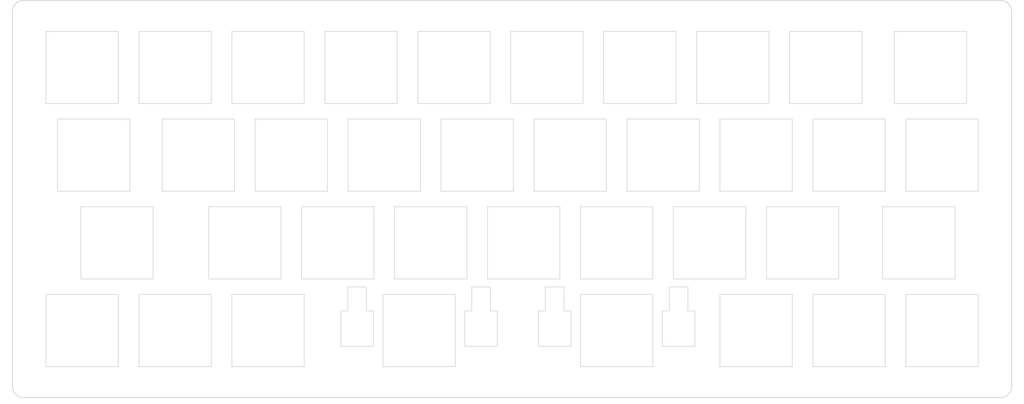
<source format=kicad_pcb>
(kicad_pcb (version 20221018) (generator pcbnew)
  (title_block (title "switchplate/chaz") (rev "v1.0.0") (company "Unknown"))
  (layers (0 "F.Cu" signal) (31 "B.Cu" signal) (34 "B.Paste" user) (35 "F.Paste" user) (36 "B.SilkS" user "B.Silkscreen") (37 "F.SilkS" user "F.Silkscreen") (38 "B.Mask" user) (39 "F.Mask" user) (44 "Edge.Cuts" user))
  (net 0 "")
  (footprint "0-jasonhazel-footprints:Choc-1u-cutout" (layer "F.Cu") (at 126 -51)
    (fp_text reference "SW8")
    (fp_text value "SW_Push_45deg" hide)
    (fp_line (start -7 -7) (end -7 7) (stroke (width 0.12)) (layer "Edge.Cuts"))
    (fp_line (start -7 7) (end 7 7) (stroke (width 0.12)) (layer "Edge.Cuts"))
    (fp_line (start 7 -7) (end -7 -7) (stroke (width 0.12)) (layer "Edge.Cuts"))
    (fp_line (start 7 7) (end 7 -7) (stroke (width 0.12)) (layer "Edge.Cuts"))
  )
  (footprint "0-jasonhazel-footprints:MountingHole_2.2mm_M2" (layer "F.Cu") (at -10.75 10.25)
    (fp_text reference "H4")
    (fp_text value "MountingHole")
    (pad "" np_thru_hole circle (at 0 0) (size 2.2 2.2) (drill 2.2) (layers "*.Cu" "*.Mask"))
  )
  (footprint "0-jasonhazel-footprints:Choc-1u-cutout" (layer "F.Cu") (at 0 0)
    (fp_text reference "SW30")
    (fp_text value "SW_Push_45deg" hide)
    (fp_line (start -7 -7) (end -7 7) (stroke (width 0.12)) (layer "Edge.Cuts"))
    (fp_line (start -7 7) (end 7 7) (stroke (width 0.12)) (layer "Edge.Cuts"))
    (fp_line (start 7 -7) (end -7 -7) (stroke (width 0.12)) (layer "Edge.Cuts"))
    (fp_line (start 7 7) (end 7 -7) (stroke (width 0.12)) (layer "Edge.Cuts"))
  )
  (footprint "0-jasonhazel-footprints:Choc-1u-cutout" (layer "F.Cu") (at 166.5 0)
    (fp_text reference "SW37")
    (fp_text value "SW_Push_45deg" hide)
    (fp_line (start -7 -7) (end -7 7) (stroke (width 0.12)) (layer "Edge.Cuts"))
    (fp_line (start -7 7) (end 7 7) (stroke (width 0.12)) (layer "Edge.Cuts"))
    (fp_line (start 7 -7) (end -7 -7) (stroke (width 0.12)) (layer "Edge.Cuts"))
    (fp_line (start 7 7) (end 7 -7) (stroke (width 0.12)) (layer "Edge.Cuts"))
  )
  (footprint "0-jasonhazel-footprints:Choc-1u-cutout" (layer "F.Cu") (at 72 -51)
    (fp_text reference "SW5")
    (fp_text value "SW_Push_45deg" hide)
    (fp_line (start -7 -7) (end -7 7) (stroke (width 0.12)) (layer "Edge.Cuts"))
    (fp_line (start -7 7) (end 7 7) (stroke (width 0.12)) (layer "Edge.Cuts"))
    (fp_line (start 7 -7) (end -7 -7) (stroke (width 0.12)) (layer "Edge.Cuts"))
    (fp_line (start 7 7) (end 7 -7) (stroke (width 0.12)) (layer "Edge.Cuts"))
  )
  (footprint "0-jasonhazel-footprints:Choc-1u-cutout" (layer "F.Cu") (at 103.5 -17)
    (fp_text reference "SW26")
    (fp_text value "SW_Push_45deg" hide)
    (fp_line (start -7 -7) (end -7 7) (stroke (width 0.12)) (layer "Edge.Cuts"))
    (fp_line (start -7 7) (end 7 7) (stroke (width 0.12)) (layer "Edge.Cuts"))
    (fp_line (start 7 -7) (end -7 -7) (stroke (width 0.12)) (layer "Edge.Cuts"))
    (fp_line (start 7 7) (end 7 -7) (stroke (width 0.12)) (layer "Edge.Cuts"))
  )
  (footprint "0-jasonhazel-footprints:Choc-2u-cutout" (layer "F.Cu") (at 65.25 0)
    (fp_text reference "SW33")
    (fp_text value "SW_Push_45deg" hide)
    (fp_line (start -15.15 -3.8) (end -13.8 -3.8) (stroke (width 0.12)) (layer "Edge.Cuts"))
    (fp_line (start -15.15 3.05) (end -15.15 -3.8) (stroke (width 0.12)) (layer "Edge.Cuts"))
    (fp_line (start -15.15 3.05) (end -8.85 3.05) (stroke (width 0.12)) (layer "Edge.Cuts"))
    (fp_line (start -13.8 -8.45) (end -13.8 -3.8) (stroke (width 0.12)) (layer "Edge.Cuts"))
    (fp_line (start -13.8 -8.45) (end -10.2 -8.45) (stroke (width 0.12)) (layer "Edge.Cuts"))
    (fp_line (start -10.2 -8.45) (end -10.2 -3.8) (stroke (width 0.12)) (layer "Edge.Cuts"))
    (fp_line (start -10.2 -3.8) (end -8.85 -3.8) (stroke (width 0.12)) (layer "Edge.Cuts"))
    (fp_line (start -8.85 3.05) (end -8.85 -3.8) (stroke (width 0.12)) (layer "Edge.Cuts"))
    (fp_line (start -7 -7) (end -7 7) (stroke (width 0.12)) (layer "Edge.Cuts"))
    (fp_line (start -7 7) (end 7 7) (stroke (width 0.12)) (layer "Edge.Cuts"))
    (fp_line (start 7 -7) (end -7 -7) (stroke (width 0.12)) (layer "Edge.Cuts"))
    (fp_line (start 7 7) (end 7 -7) (stroke (width 0.12)) (layer "Edge.Cuts"))
    (fp_line (start 8.85 -3.8) (end 10.2 -3.8) (stroke (width 0.12)) (layer "Edge.Cuts"))
    (fp_line (start 8.85 3.05) (end 8.85 -3.8) (stroke (width 0.12)) (layer "Edge.Cuts"))
    (fp_line (start 8.85 3.05) (end 15.15 3.05) (stroke (width 0.12)) (layer "Edge.Cuts"))
    (fp_line (start 10.2 -8.45) (end 10.2 -3.8) (stroke (width 0.12)) (layer "Edge.Cuts"))
    (fp_line (start 10.2 -8.45) (end 13.8 -8.45) (stroke (width 0.12)) (layer "Edge.Cuts"))
    (fp_line (start 13.8 -8.45) (end 13.8 -3.8) (stroke (width 0.12)) (layer "Edge.Cuts"))
    (fp_line (start 13.8 -3.8) (end 15.15 -3.8) (stroke (width 0.12)) (layer "Edge.Cuts"))
    (fp_line (start 15.15 3.05) (end 15.15 -3.8) (stroke (width 0.12)) (layer "Edge.Cuts"))
  )
  (footprint "0-jasonhazel-footprints:Choc-1u-cutout" (layer "F.Cu") (at 130.5 0)
    (fp_text reference "SW35")
    (fp_text value "SW_Push_45deg" hide)
    (fp_line (start -7 -7) (end -7 7) (stroke (width 0.12)) (layer "Edge.Cuts"))
    (fp_line (start -7 7) (end 7 7) (stroke (width 0.12)) (layer "Edge.Cuts"))
    (fp_line (start 7 -7) (end -7 -7) (stroke (width 0.12)) (layer "Edge.Cuts"))
    (fp_line (start 7 7) (end 7 -7) (stroke (width 0.12)) (layer "Edge.Cuts"))
  )
  (footprint "0-jasonhazel-footprints:Choc-1u-cutout" (layer "F.Cu") (at 112.5 -34)
    (fp_text reference "SW17")
    (fp_text value "SW_Push_45deg" hide)
    (fp_line (start -7 -7) (end -7 7) (stroke (width 0.12)) (layer "Edge.Cuts"))
    (fp_line (start -7 7) (end 7 7) (stroke (width 0.12)) (layer "Edge.Cuts"))
    (fp_line (start 7 -7) (end -7 -7) (stroke (width 0.12)) (layer "Edge.Cuts"))
    (fp_line (start 7 7) (end 7 -7) (stroke (width 0.12)) (layer "Edge.Cuts"))
  )
  (footprint "0-jasonhazel-footprints:Choc-1u-cutout" (layer "F.Cu") (at 148.5 0)
    (fp_text reference "SW36")
    (fp_text value "SW_Push_45deg" hide)
    (fp_line (start -7 -7) (end -7 7) (stroke (width 0.12)) (layer "Edge.Cuts"))
    (fp_line (start -7 7) (end 7 7) (stroke (width 0.12)) (layer "Edge.Cuts"))
    (fp_line (start 7 -7) (end -7 -7) (stroke (width 0.12)) (layer "Edge.Cuts"))
    (fp_line (start 7 7) (end 7 -7) (stroke (width 0.12)) (layer "Edge.Cuts"))
  )
  (footprint "0-jasonhazel-footprints:Choc-1u-cutout" (layer "F.Cu") (at 58.5 -34)
    (fp_text reference "SW14")
    (fp_text value "SW_Push_45deg" hide)
    (fp_line (start -7 -7) (end -7 7) (stroke (width 0.12)) (layer "Edge.Cuts"))
    (fp_line (start -7 7) (end 7 7) (stroke (width 0.12)) (layer "Edge.Cuts"))
    (fp_line (start 7 -7) (end -7 -7) (stroke (width 0.12)) (layer "Edge.Cuts"))
    (fp_line (start 7 7) (end 7 -7) (stroke (width 0.12)) (layer "Edge.Cuts"))
  )
  (footprint "0-jasonhazel-footprints:Choc-1u-cutout" (layer "F.Cu") (at 90 -51)
    (fp_text reference "SW6")
    (fp_text value "SW_Push_45deg" hide)
    (fp_line (start -7 -7) (end -7 7) (stroke (width 0.12)) (layer "Edge.Cuts"))
    (fp_line (start -7 7) (end 7 7) (stroke (width 0.12)) (layer "Edge.Cuts"))
    (fp_line (start 7 -7) (end -7 -7) (stroke (width 0.12)) (layer "Edge.Cuts"))
    (fp_line (start 7 7) (end 7 -7) (stroke (width 0.12)) (layer "Edge.Cuts"))
  )
  (footprint "0-jasonhazel-footprints:Choc-1u-cutout" (layer "F.Cu") (at 67.5 -17)
    (fp_text reference "SW24")
    (fp_text value "SW_Push_45deg" hide)
    (fp_line (start -7 -7) (end -7 7) (stroke (width 0.12)) (layer "Edge.Cuts"))
    (fp_line (start -7 7) (end 7 7) (stroke (width 0.12)) (layer "Edge.Cuts"))
    (fp_line (start 7 -7) (end -7 -7) (stroke (width 0.12)) (layer "Edge.Cuts"))
    (fp_line (start 7 7) (end 7 -7) (stroke (width 0.12)) (layer "Edge.Cuts"))
  )
  (footprint "0-jasonhazel-footprints:Choc-1u-cutout" (layer "F.Cu") (at 0 -51)
    (fp_text reference "SW1")
    (fp_text value "SW_Push_45deg" hide)
    (fp_line (start -7 -7) (end -7 7) (stroke (width 0.12)) (layer "Edge.Cuts"))
    (fp_line (start -7 7) (end 7 7) (stroke (width 0.12)) (layer "Edge.Cuts"))
    (fp_line (start 7 -7) (end -7 -7) (stroke (width 0.12)) (layer "Edge.Cuts"))
    (fp_line (start 7 7) (end 7 -7) (stroke (width 0.12)) (layer "Edge.Cuts"))
  )
  (footprint "0-jasonhazel-footprints:Choc-1u-cutout" (layer "F.Cu") (at 54 -51)
    (fp_text reference "SW4")
    (fp_text value "SW_Push_45deg" hide)
    (fp_line (start -7 -7) (end -7 7) (stroke (width 0.12)) (layer "Edge.Cuts"))
    (fp_line (start -7 7) (end 7 7) (stroke (width 0.12)) (layer "Edge.Cuts"))
    (fp_line (start 7 -7) (end -7 -7) (stroke (width 0.12)) (layer "Edge.Cuts"))
    (fp_line (start 7 7) (end 7 -7) (stroke (width 0.12)) (layer "Edge.Cuts"))
  )
  (footprint "0-jasonhazel-footprints:MountingHole_2.2mm_M2" (layer "F.Cu") (at -10.75 -61.25)
    (fp_text reference "H3")
    (fp_text value "MountingHole")
    (pad "" np_thru_hole circle (at 0 0) (size 2.2 2.2) (drill 2.2) (layers "*.Cu" "*.Mask"))
  )
  (footprint "0-jasonhazel-footprints:Choc-1u-cutout" (layer "F.Cu") (at 6.75 -17)
    (fp_text reference "SW21")
    (fp_text value "SW_Push_45deg" hide)
    (fp_line (start -7 -7) (end -7 7) (stroke (width 0.12)) (layer "Edge.Cuts"))
    (fp_line (start -7 7) (end 7 7) (stroke (width 0.12)) (layer "Edge.Cuts"))
    (fp_line (start 7 -7) (end -7 -7) (stroke (width 0.12)) (layer "Edge.Cuts"))
    (fp_line (start 7 7) (end 7 -7) (stroke (width 0.12)) (layer "Edge.Cuts"))
  )
  (footprint "0-jasonhazel-footprints:Choc-1u-cutout" (layer "F.Cu") (at 36 0)
    (fp_text reference "SW32")
    (fp_text value "SW_Push_45deg" hide)
    (fp_line (start -7 -7) (end -7 7) (stroke (width 0.12)) (layer "Edge.Cuts"))
    (fp_line (start -7 7) (end 7 7) (stroke (width 0.12)) (layer "Edge.Cuts"))
    (fp_line (start 7 -7) (end -7 -7) (stroke (width 0.12)) (layer "Edge.Cuts"))
    (fp_line (start 7 7) (end 7 -7) (stroke (width 0.12)) (layer "Edge.Cuts"))
  )
  (footprint "0-jasonhazel-footprints:MountingHole_2.2mm_M2" (layer "F.Cu") (at 177.25 10.25)
    (fp_text reference "H2")
    (fp_text value "MountingHole")
    (pad "" np_thru_hole circle (at 0 0) (size 2.2 2.2) (drill 2.2) (layers "*.Cu" "*.Mask"))
  )
  (footprint "0-jasonhazel-footprints:Choc-1u-cutout" (layer "F.Cu") (at 49.5 -17)
    (fp_text reference "SW23")
    (fp_text value "SW_Push_45deg" hide)
    (fp_line (start -7 -7) (end -7 7) (stroke (width 0.12)) (layer "Edge.Cuts"))
    (fp_line (start -7 7) (end 7 7) (stroke (width 0.12)) (layer "Edge.Cuts"))
    (fp_line (start 7 -7) (end -7 -7) (stroke (width 0.12)) (layer "Edge.Cuts"))
    (fp_line (start 7 7) (end 7 -7) (stroke (width 0.12)) (layer "Edge.Cuts"))
  )
  (footprint "0-jasonhazel-footprints:Choc-1u-cutout" (layer "F.Cu") (at 121.5 -17)
    (fp_text reference "SW27")
    (fp_text value "SW_Push_45deg" hide)
    (fp_line (start -7 -7) (end -7 7) (stroke (width 0.12)) (layer "Edge.Cuts"))
    (fp_line (start -7 7) (end 7 7) (stroke (width 0.12)) (layer "Edge.Cuts"))
    (fp_line (start 7 -7) (end -7 -7) (stroke (width 0.12)) (layer "Edge.Cuts"))
    (fp_line (start 7 7) (end 7 -7) (stroke (width 0.12)) (layer "Edge.Cuts"))
  )
  (footprint "0-jasonhazel-footprints:MountingHole_2.2mm_M2" (layer "F.Cu") (at 177.25 -61.25)
    (fp_text reference "H1")
    (fp_text value "MountingHole")
    (pad "" np_thru_hole circle (at 0 0) (size 2.2 2.2) (drill 2.2) (layers "*.Cu" "*.Mask"))
  )
  (footprint "0-jasonhazel-footprints:Choc-1u-cutout" (layer "F.Cu") (at 40.5 -34)
    (fp_text reference "SW13")
    (fp_text value "SW_Push_45deg" hide)
    (fp_line (start -7 -7) (end -7 7) (stroke (width 0.12)) (layer "Edge.Cuts"))
    (fp_line (start -7 7) (end 7 7) (stroke (width 0.12)) (layer "Edge.Cuts"))
    (fp_line (start 7 -7) (end -7 -7) (stroke (width 0.12)) (layer "Edge.Cuts"))
    (fp_line (start 7 7) (end 7 -7) (stroke (width 0.12)) (layer "Edge.Cuts"))
  )
  (footprint "0-jasonhazel-footprints:Choc-2u-cutout" (layer "F.Cu") (at 103.5 0)
    (fp_text reference "SW34")
    (fp_text value "SW_Push_45deg" hide)
    (fp_line (start -15.15 -3.8) (end -13.8 -3.8) (stroke (width 0.12)) (layer "Edge.Cuts"))
    (fp_line (start -15.15 3.05) (end -15.15 -3.8) (stroke (width 0.12)) (layer "Edge.Cuts"))
    (fp_line (start -15.15 3.05) (end -8.85 3.05) (stroke (width 0.12)) (layer "Edge.Cuts"))
    (fp_line (start -13.8 -8.45) (end -13.8 -3.8) (stroke (width 0.12)) (layer "Edge.Cuts"))
    (fp_line (start -13.8 -8.45) (end -10.2 -8.45) (stroke (width 0.12)) (layer "Edge.Cuts"))
    (fp_line (start -10.2 -8.45) (end -10.2 -3.8) (stroke (width 0.12)) (layer "Edge.Cuts"))
    (fp_line (start -10.2 -3.8) (end -8.85 -3.8) (stroke (width 0.12)) (layer "Edge.Cuts"))
    (fp_line (start -8.85 3.05) (end -8.85 -3.8) (stroke (width 0.12)) (layer "Edge.Cuts"))
    (fp_line (start -7 -7) (end -7 7) (stroke (width 0.12)) (layer "Edge.Cuts"))
    (fp_line (start -7 7) (end 7 7) (stroke (width 0.12)) (layer "Edge.Cuts"))
    (fp_line (start 7 -7) (end -7 -7) (stroke (width 0.12)) (layer "Edge.Cuts"))
    (fp_line (start 7 7) (end 7 -7) (stroke (width 0.12)) (layer "Edge.Cuts"))
    (fp_line (start 8.85 -3.8) (end 10.2 -3.8) (stroke (width 0.12)) (layer "Edge.Cuts"))
    (fp_line (start 8.85 3.05) (end 8.85 -3.8) (stroke (width 0.12)) (layer "Edge.Cuts"))
    (fp_line (start 8.85 3.05) (end 15.15 3.05) (stroke (width 0.12)) (layer "Edge.Cuts"))
    (fp_line (start 10.2 -8.45) (end 10.2 -3.8) (stroke (width 0.12)) (layer "Edge.Cuts"))
    (fp_line (start 10.2 -8.45) (end 13.8 -8.45) (stroke (width 0.12)) (layer "Edge.Cuts"))
    (fp_line (start 13.8 -8.45) (end 13.8 -3.8) (stroke (width 0.12)) (layer "Edge.Cuts"))
    (fp_line (start 13.8 -3.8) (end 15.15 -3.8) (stroke (width 0.12)) (layer "Edge.Cuts"))
    (fp_line (start 15.15 3.05) (end 15.15 -3.8) (stroke (width 0.12)) (layer "Edge.Cuts"))
  )
  (footprint "0-jasonhazel-footprints:Choc-1u-cutout" (layer "F.Cu") (at 76.5 -34)
    (fp_text reference "SW15")
    (fp_text value "SW_Push_45deg" hide)
    (fp_line (start -7 -7) (end -7 7) (stroke (width 0.12)) (layer "Edge.Cuts"))
    (fp_line (start -7 7) (end 7 7) (stroke (width 0.12)) (layer "Edge.Cuts"))
    (fp_line (start 7 -7) (end -7 -7) (stroke (width 0.12)) (layer "Edge.Cuts"))
    (fp_line (start 7 7) (end 7 -7) (stroke (width 0.12)) (layer "Edge.Cuts"))
  )
  (footprint "0-jasonhazel-footprints:Choc-1u-cutout" (layer "F.Cu") (at 36 -51)
    (fp_text reference "SW3")
    (fp_text value "SW_Push_45deg" hide)
    (fp_line (start -7 -7) (end -7 7) (stroke (width 0.12)) (layer "Edge.Cuts"))
    (fp_line (start -7 7) (end 7 7) (stroke (width 0.12)) (layer "Edge.Cuts"))
    (fp_line (start 7 -7) (end -7 -7) (stroke (width 0.12)) (layer "Edge.Cuts"))
    (fp_line (start 7 7) (end 7 -7) (stroke (width 0.12)) (layer "Edge.Cuts"))
  )
  (footprint "0-jasonhazel-footprints:Choc-1u-cutout" (layer "F.Cu") (at 85.5 -17)
    (fp_text reference "SW25")
    (fp_text value "SW_Push_45deg" hide)
    (fp_line (start -7 -7) (end -7 7) (stroke (width 0.12)) (layer "Edge.Cuts"))
    (fp_line (start -7 7) (end 7 7) (stroke (width 0.12)) (layer "Edge.Cuts"))
    (fp_line (start 7 -7) (end -7 -7) (stroke (width 0.12)) (layer "Edge.Cuts"))
    (fp_line (start 7 7) (end 7 -7) (stroke (width 0.12)) (layer "Edge.Cuts"))
  )
  (footprint "0-jasonhazel-footprints:Choc-1u-cutout" (layer "F.Cu") (at 139.5 -17)
    (fp_text reference "SW28")
    (fp_text value "SW_Push_45deg" hide)
    (fp_line (start -7 -7) (end -7 7) (stroke (width 0.12)) (layer "Edge.Cuts"))
    (fp_line (start -7 7) (end 7 7) (stroke (width 0.12)) (layer "Edge.Cuts"))
    (fp_line (start 7 -7) (end -7 -7) (stroke (width 0.12)) (layer "Edge.Cuts"))
    (fp_line (start 7 7) (end 7 -7) (stroke (width 0.12)) (layer "Edge.Cuts"))
  )
  (footprint "0-jasonhazel-footprints:Choc-1u-cutout" (layer "F.Cu") (at 18 -51)
    (fp_text reference "SW2")
    (fp_text value "SW_Push_45deg" hide)
    (fp_line (start -7 -7) (end -7 7) (stroke (width 0.12)) (layer "Edge.Cuts"))
    (fp_line (start -7 7) (end 7 7) (stroke (width 0.12)) (layer "Edge.Cuts"))
    (fp_line (start 7 -7) (end -7 -7) (stroke (width 0.12)) (layer "Edge.Cuts"))
    (fp_line (start 7 7) (end 7 -7) (stroke (width 0.12)) (layer "Edge.Cuts"))
  )
  (footprint "0-jasonhazel-footprints:Choc-1u-cutout" (layer "F.Cu") (at 144 -51)
    (fp_text reference "SW9")
    (fp_text value "SW_Push_45deg" hide)
    (fp_line (start -7 -7) (end -7 7) (stroke (width 0.12)) (layer "Edge.Cuts"))
    (fp_line (start -7 7) (end 7 7) (stroke (width 0.12)) (layer "Edge.Cuts"))
    (fp_line (start 7 -7) (end -7 -7) (stroke (width 0.12)) (layer "Edge.Cuts"))
    (fp_line (start 7 7) (end 7 -7) (stroke (width 0.12)) (layer "Edge.Cuts"))
  )
  (footprint "0-jasonhazel-footprints:Choc-1u-cutout" (layer "F.Cu") (at 166.5 -34)
    (fp_text reference "SW20")
    (fp_text value "SW_Push_45deg" hide)
    (fp_line (start -7 -7) (end -7 7) (stroke (width 0.12)) (layer "Edge.Cuts"))
    (fp_line (start -7 7) (end 7 7) (stroke (width 0.12)) (layer "Edge.Cuts"))
    (fp_line (start 7 -7) (end -7 -7) (stroke (width 0.12)) (layer "Edge.Cuts"))
    (fp_line (start 7 7) (end 7 -7) (stroke (width 0.12)) (layer "Edge.Cuts"))
  )
  (footprint "0-jasonhazel-footprints:Choc-1u-cutout" (layer "F.Cu") (at 108 -51)
    (fp_text reference "SW7")
    (fp_text value "SW_Push_45deg" hide)
    (fp_line (start -7 -7) (end -7 7) (stroke (width 0.12)) (layer "Edge.Cuts"))
    (fp_line (start -7 7) (end 7 7) (stroke (width 0.12)) (layer "Edge.Cuts"))
    (fp_line (start 7 -7) (end -7 -7) (stroke (width 0.12)) (layer "Edge.Cuts"))
    (fp_line (start 7 7) (end 7 -7) (stroke (width 0.12)) (layer "Edge.Cuts"))
  )
  (footprint "0-jasonhazel-footprints:Choc-1u-cutout" (layer "F.Cu") (at 2.25 -34)
    (fp_text reference "SW11")
    (fp_text value "SW_Push_45deg" hide)
    (fp_line (start -7 -7) (end -7 7) (stroke (width 0.12)) (layer "Edge.Cuts"))
    (fp_line (start -7 7) (end 7 7) (stroke (width 0.12)) (layer "Edge.Cuts"))
    (fp_line (start 7 -7) (end -7 -7) (stroke (width 0.12)) (layer "Edge.Cuts"))
    (fp_line (start 7 7) (end 7 -7) (stroke (width 0.12)) (layer "Edge.Cuts"))
  )
  (footprint "0-jasonhazel-footprints:Choc-1u-cutout" (layer "F.Cu") (at 94.5 -34)
    (fp_text reference "SW16")
    (fp_text value "SW_Push_45deg" hide)
    (fp_line (start -7 -7) (end -7 7) (stroke (width 0.12)) (layer "Edge.Cuts"))
    (fp_line (start -7 7) (end 7 7) (stroke (width 0.12)) (layer "Edge.Cuts"))
    (fp_line (start 7 -7) (end -7 -7) (stroke (width 0.12)) (layer "Edge.Cuts"))
    (fp_line (start 7 7) (end 7 -7) (stroke (width 0.12)) (layer "Edge.Cuts"))
  )
  (footprint "0-jasonhazel-footprints:Choc-1u-cutout" (layer "F.Cu") (at 130.5 -34)
    (fp_text reference "SW18")
    (fp_text value "SW_Push_45deg" hide)
    (fp_line (start -7 -7) (end -7 7) (stroke (width 0.12)) (layer "Edge.Cuts"))
    (fp_line (start -7 7) (end 7 7) (stroke (width 0.12)) (layer "Edge.Cuts"))
    (fp_line (start 7 -7) (end -7 -7) (stroke (width 0.12)) (layer "Edge.Cuts"))
    (fp_line (start 7 7) (end 7 -7) (stroke (width 0.12)) (layer "Edge.Cuts"))
  )
  (footprint "0-jasonhazel-footprints:Choc-1u-cutout" (layer "F.Cu") (at 18 0)
    (fp_text reference "SW31")
    (fp_text value "SW_Push_45deg" hide)
    (fp_line (start -7 -7) (end -7 7) (stroke (width 0.12)) (layer "Edge.Cuts"))
    (fp_line (start -7 7) (end 7 7) (stroke (width 0.12)) (layer "Edge.Cuts"))
    (fp_line (start 7 -7) (end -7 -7) (stroke (width 0.12)) (layer "Edge.Cuts"))
    (fp_line (start 7 7) (end 7 -7) (stroke (width 0.12)) (layer "Edge.Cuts"))
  )
  (footprint "0-jasonhazel-footprints:Choc-1u-cutout" (layer "F.Cu") (at 162 -17)
    (fp_text reference "SW29")
    (fp_text value "SW_Push_45deg" hide)
    (fp_line (start -7 -7) (end -7 7) (stroke (width 0.12)) (layer "Edge.Cuts"))
    (fp_line (start -7 7) (end 7 7) (stroke (width 0.12)) (layer "Edge.Cuts"))
    (fp_line (start 7 -7) (end -7 -7) (stroke (width 0.12)) (layer "Edge.Cuts"))
    (fp_line (start 7 7) (end 7 -7) (stroke (width 0.12)) (layer "Edge.Cuts"))
  )
  (footprint "0-jasonhazel-footprints:Choc-1u-cutout" (layer "F.Cu") (at 164.25 -51)
    (fp_text reference "SW10")
    (fp_text value "SW_Push_45deg" hide)
    (fp_line (start -7 -7) (end -7 7) (stroke (width 0.12)) (layer "Edge.Cuts"))
    (fp_line (start -7 7) (end 7 7) (stroke (width 0.12)) (layer "Edge.Cuts"))
    (fp_line (start 7 -7) (end -7 -7) (stroke (width 0.12)) (layer "Edge.Cuts"))
    (fp_line (start 7 7) (end 7 -7) (stroke (width 0.12)) (layer "Edge.Cuts"))
  )
  (footprint "0-jasonhazel-footprints:Choc-1u-cutout" (layer "F.Cu") (at 31.5 -17)
    (fp_text reference "SW22")
    (fp_text value "SW_Push_45deg" hide)
    (fp_line (start -7 -7) (end -7 7) (stroke (width 0.12)) (layer "Edge.Cuts"))
    (fp_line (start -7 7) (end 7 7) (stroke (width 0.12)) (layer "Edge.Cuts"))
    (fp_line (start 7 -7) (end -7 -7) (stroke (width 0.12)) (layer "Edge.Cuts"))
    (fp_line (start 7 7) (end 7 -7) (stroke (width 0.12)) (layer "Edge.Cuts"))
  )
  (footprint "0-jasonhazel-footprints:Choc-1u-cutout" (layer "F.Cu") (at 148.5 -34)
    (fp_text reference "SW19")
    (fp_text value "SW_Push_45deg" hide)
    (fp_line (start -7 -7) (end -7 7) (stroke (width 0.12)) (layer "Edge.Cuts"))
    (fp_line (start -7 7) (end 7 7) (stroke (width 0.12)) (layer "Edge.Cuts"))
    (fp_line (start 7 -7) (end -7 -7) (stroke (width 0.12)) (layer "Edge.Cuts"))
    (fp_line (start 7 7) (end 7 -7) (stroke (width 0.12)) (layer "Edge.Cuts"))
  )
  (footprint "0-jasonhazel-footprints:Choc-1u-cutout" (layer "F.Cu") (at 22.5 -34)
    (fp_text reference "SW12")
    (fp_text value "SW_Push_45deg" hide)
    (fp_line (start -7 -7) (end -7 7) (stroke (width 0.12)) (layer "Edge.Cuts"))
    (fp_line (start -7 7) (end 7 7) (stroke (width 0.12)) (layer "Edge.Cuts"))
    (fp_line (start 7 -7) (end -7 -7) (stroke (width 0.12)) (layer "Edge.Cuts"))
    (fp_line (start 7 7) (end 7 -7) (stroke (width 0.12)) (layer "Edge.Cuts"))
  )
  (gr_line (start -11.3 -64) (end 177.8 -64) (stroke (width 0.15)) (layer "Edge.Cuts"))
  (gr_line (start 177.8 13) (end -11.3 13) (stroke (width 0.15)) (layer "Edge.Cuts"))
  (gr_arc (start 180 10.8) (mid 179.355635 12.355635) (end 177.8 13) (stroke (width 0.15)) (layer "Edge.Cuts"))
  (gr_arc (start -11.3 13) (mid -12.855635 12.355635) (end -13.5 10.8) (stroke (width 0.15)) (layer "Edge.Cuts"))
  (gr_arc (start -13.5 -61.8) (mid -12.855635 -63.355635) (end -11.3 -64) (stroke (width 0.15)) (layer "Edge.Cuts"))
  (gr_arc (start 177.8 -64) (mid 179.355635 -63.355635) (end 180 -61.8) (stroke (width 0.15)) (layer "Edge.Cuts"))
  (gr_line (start -13.5 10.8) (end -13.5 -61.8) (stroke (width 0.15)) (layer "Edge.Cuts"))
  (gr_line (start 180 -61.8) (end 180 10.8) (stroke (width 0.15)) (layer "Edge.Cuts"))
)
</source>
